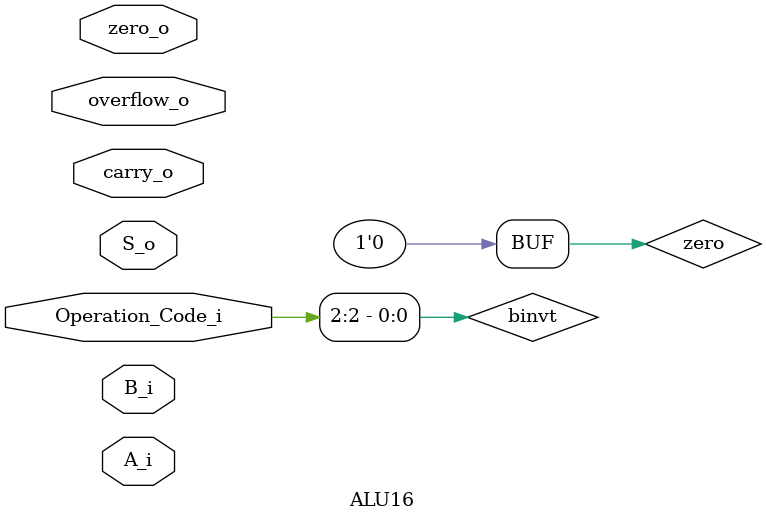
<source format=v>
/*
* Kevin Ngo and Jacques Uber
* 16 bit ALU
*/
module ALU16(A_i, B_i, Operation_Code_i, zero_o, S_o, overflow_o, carry_o);
    
    input [15:0] A_i;
    input [15:0] B_i;
    input [15:0] S_o; // Sum out
    input [2:0] Operation_Code_i;
    input zero_o;
    input overflow_o;
    input carry_o;

    wire [15:0] c;
    assign c[0] = Operation_Code_i[2] ? 1 : 0;

    wire binvt;
    assign binvt = Operation_Code_i[2];

    wire zero;
    assign zero = 0;
    wire less;
    wire set;
    
    // Overflow is: Operation Addition
    // if msb(a) == msb(b) and msb(sum) != msb(a)


    alu_slice_1bit alu1b0(A_i[0], B_i[0], S_o[0], c[0], c[1], set, binvt, Operation_Code_i);
    alu_slice_1bit alu1b1(A_i[1], B_i[1], S_o[1], c[1], c[2], zero, binvt, Operation_Code_i);
    alu_slice_1bit alu1b2(A_i[2], B_i[2], S_o[2], c[2], c[3], zero, binvt, Operation_Code_i);
    alu_slice_1bit alu1b3(A_i[3], B_i[3], S_o[3], c[3], c[4], zero, binvt, Operation_Code_i);
    alu_slice_1bit alu1b4(A_i[4], B_i[4], S_o[4], c[4], c[5], zero, binvt, Operation_Code_i);
    alu_slice_1bit alu1b5(A_i[5], B_i[5], S_o[5], c[5], c[6], zero, binvt, Operation_Code_i);
    alu_slice_1bit alu1b6(A_i[6], B_i[6], S_o[6], c[6], c[7], zero, binvt, Operation_Code_i);
    alu_slice_1bit alu1b7(A_i[7], B_i[7], S_o[7], c[7], c[8], zero, binvt, Operation_Code_i);
    alu_slice_1bit alu1b8(A_i[8], B_i[8], S_o[8], c[8], c[9], zero, binvt, Operation_Code_i);
    alu_slice_1bit alu1b9(A_i[9], B_i[9], S_o[9], c[9], c[10], zero, binvt, Operation_Code_i);
    alu_slice_1bit alu1b10(A_i[10], B_i[10], S_o[10], c[10], c[11], zero, binvt, Operation_Code_i);
    alu_slice_1bit alu1b11(A_i[11], B_i[11], S_o[11], c[11], c[12], zero, binvt, Operation_Code_i);
    alu_slice_1bit alu1b12(A_i[12], B_i[12], S_o[12], c[12], c[13], zero, binvt, Operation_Code_i);
    alu_slice_1bit alu1b13(A_i[13], B_i[13], S_o[13], c[13], c[14], zero, binvt, Operation_Code_i);
    alu_slice_1bit alu1b14(A_i[14], B_i[14], S_o[14], c[14], c[15], zero, binvt, Operation_Code_i);
    alu_slice_msb alu1b15(A_i[15], B_i[15], S_o[15], c[15], overflow_o, set, binvt, Operation_Code_i);

endmodule

</source>
